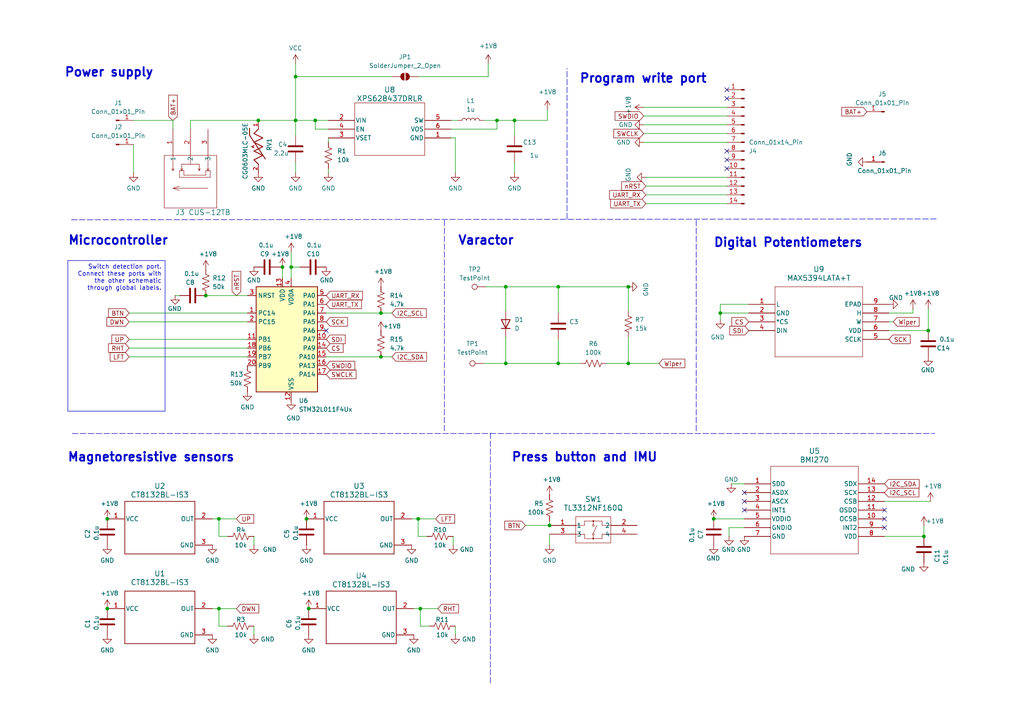
<source format=kicad_sch>
(kicad_sch (version 20231120) (generator "eeschema") (generator_version "8.0")
  (paper "A4")
  (lib_symbols
    (symbol "BMI270:BMI270" (pin_names (offset 0.254))
      (property "Reference" "U" (at 20.32 10.16 0))
      (property "Value" "BMI270" (at 20.32 7.62 0))
      (symbol "BMI270_0_1"
        (pin bidirectional line (at 0 0 0) (length 7.62) (name "SDO") (number "1"))
        (pin input line (at 40.64 -10.16 180) (length 7.62) (name "OCSB") (number "10"))
        (pin output line (at 40.64 -7.62 180) (length 7.62) (name "OSDO") (number "11"))
        (pin input line (at 40.64 -5.08 180) (length 7.62) (name "CSB") (number "12"))
        (pin input line (at 40.64 -2.54 180) (length 7.62) (name "SCX") (number "13"))
        (pin bidirectional line (at 40.64 0 180) (length 7.62) (name "SDX") (number "14"))
        (pin bidirectional line (at 0 -2.54 0) (length 7.62) (name "ASDX") (number "2"))
        (pin bidirectional line (at 0 -5.08 0) (length 7.62) (name "ASCX") (number "3"))
        (pin bidirectional line (at 0 -7.62 0) (length 7.62) (name "INT1") (number "4"))
        (pin power_in line (at 0 -10.16 0) (length 7.62) (name "VDDIO") (number "5"))
        (pin power_out line (at 0 -12.7 0) (length 7.62) (name "GNDIO") (number "6"))
        (pin power_out line (at 0 -15.24 0) (length 7.62) (name "GND") (number "7"))
        (pin power_in line (at 40.64 -15.24 180) (length 7.62) (name "VDD") (number "8"))
        (pin bidirectional line (at 40.64 -12.7 180) (length 7.62) (name "INT2") (number "9"))
      )
    )
    (symbol "CG0603MLC-05E:CG0603MLC-05E" (pin_names (offset 1.016))
      (property "Reference" "RV" (at -5.08 2.54 0))
      (property "Value" "CG0603MLC-05E" (at -5.08 -5.08 0))
      (symbol "CG0603MLC-05E_0_0"
        (pin passive line (at -7.62 0 0) (length 2.54) (name "~") (number "1"))
        (pin passive line (at 7.62 0 180) (length 2.54) (name "~") (number "2"))
      )
    )
    (symbol "CUS_12TB:CUS-12TB" (pin_names (offset 0.254))
      (property "Reference" "SW" (at -15.24 10.16 0))
      (property "Value" "CUS-12TB" (at -20.32 7.62 0))
      (symbol "CUS-12TB_0_1"
        (pin unspecified line (at 0 2.54 180) (length 7.62) (name "1") (number "1"))
        (pin unspecified line (at 0 -2.54 180) (length 7.62) (name "2") (number "2"))
        (pin unspecified line (at 0 -7.62 180) (length 7.62) (name "3") (number "3"))
      )
    )
    (symbol "Connector:Conn_01x01_Pin" (pin_names (offset 1.016) hide)
      (property "Reference" "J" (at 0 2.54 0))
      (property "Value" "Conn_01x01_Pin" (at 0 -2.54 0))
      (symbol "Conn_01x01_Pin_1_1"
        (pin passive line (at 5.08 0 180) (length 3.81) (name "Pin_1") (number "1"))
      )
    )
    (symbol "Connector:Conn_01x14_Pin" (pin_names (offset 1.016) hide)
      (property "Reference" "J" (at 0 17.78 0))
      (property "Value" "Conn_01x14_Pin" (at 0 -20.32 0))
      (symbol "Conn_01x14_Pin_1_1"
        (pin passive line (at 5.08 15.24 180) (length 3.81) (name "Pin_1") (number "1"))
        (pin passive line (at 5.08 -7.62 180) (length 3.81) (name "Pin_10") (number "10"))
        (pin passive line (at 5.08 -10.16 180) (length 3.81) (name "Pin_11") (number "11"))
        (pin passive line (at 5.08 -12.7 180) (length 3.81) (name "Pin_12") (number "12"))
        (pin passive line (at 5.08 -15.24 180) (length 3.81) (name "Pin_13") (number "13"))
        (pin passive line (at 5.08 -17.78 180) (length 3.81) (name "Pin_14") (number "14"))
        (pin passive line (at 5.08 12.7 180) (length 3.81) (name "Pin_2") (number "2"))
        (pin passive line (at 5.08 10.16 180) (length 3.81) (name "Pin_3") (number "3"))
        (pin passive line (at 5.08 7.62 180) (length 3.81) (name "Pin_4") (number "4"))
        (pin passive line (at 5.08 5.08 180) (length 3.81) (name "Pin_5") (number "5"))
        (pin passive line (at 5.08 2.54 180) (length 3.81) (name "Pin_6") (number "6"))
        (pin passive line (at 5.08 0 180) (length 3.81) (name "Pin_7") (number "7"))
        (pin passive line (at 5.08 -2.54 180) (length 3.81) (name "Pin_8") (number "8"))
        (pin passive line (at 5.08 -5.08 180) (length 3.81) (name "Pin_9") (number "9"))
      )
    )
    (symbol "Connector:TestPoint" (pin_numbers hide) (pin_names (offset 0.762) hide)
      (property "Reference" "TP" (at 0 6.858 0))
      (property "Value" "TestPoint" (at 0 5.08 0))
      (symbol "TestPoint_1_1"
        (pin passive line (at 0 0 90) (length 2.54) (name "1") (number "1"))
      )
    )
    (symbol "DRV5032:DRV5032FADBZR" (pin_names (offset 0.254))
      (property "Reference" "U" (at 0 2.54 0))
      (property "Value" "DRV5032FADBZR" (at 0 0 0))
      (symbol "DRV5032FADBZR_0_1"
        (pin power_in line (at 0 0 0) (length 5.08) (name "VCC") (number "1"))
        (pin open_collector line (at 30.48 0 180) (length 5.08) (name "OUT") (number "2"))
        (pin power_in line (at 30.48 -7.62 180) (length 5.08) (name "GND") (number "3"))
      )
    )
    (symbol "Device:C" (pin_numbers hide) (pin_names (offset 0.254))
      (property "Reference" "C" (at 0.635 2.54 0))
      (property "Value" "C" (at 0.635 -2.54 0))
      (symbol "C_1_1"
        (pin passive line (at 0 3.81 270) (length 2.794) (name "~") (number "1"))
        (pin passive line (at 0 -3.81 90) (length 2.794) (name "~") (number "2"))
      )
    )
    (symbol "Device:D" (pin_numbers hide) (pin_names (offset 1.016) hide)
      (property "Reference" "D" (at 0 2.54 0))
      (property "Value" "D" (at 0 -2.54 0))
      (symbol "D_1_1"
        (pin passive line (at -3.81 0 0) (length 2.54) (name "K") (number "1"))
        (pin passive line (at 3.81 0 180) (length 2.54) (name "A") (number "2"))
      )
    )
    (symbol "Device:L" (pin_numbers hide) (pin_names (offset 1.016) hide)
      (property "Reference" "L" (at -1.27 0 90))
      (property "Value" "L" (at 1.905 0 90))
      (symbol "L_1_1"
        (pin passive line (at 0 3.81 270) (length 1.27) (name "1") (number "1"))
        (pin passive line (at 0 -3.81 90) (length 1.27) (name "2") (number "2"))
      )
    )
    (symbol "Device:R_US" (pin_numbers hide) (pin_names (offset 0))
      (property "Reference" "R" (at 2.54 0 90))
      (property "Value" "R_US" (at -2.54 0 90))
      (symbol "R_US_1_1"
        (pin passive line (at 0 3.81 270) (length 1.27) (name "~") (number "1"))
        (pin passive line (at 0 -3.81 90) (length 1.27) (name "~") (number "2"))
      )
    )
    (symbol "Jumper:SolderJumper_2_Open" (pin_numbers hide) (pin_names (offset 0) hide) (exclude_from_sim yes) (in_bom no)
      (property "Reference" "JP" (at 0 2.032 0))
      (property "Value" "SolderJumper_2_Open" (at 0 -2.54 0))
      (symbol "SolderJumper_2_Open_1_1"
        (pin passive line (at -3.81 0 0) (length 2.54) (name "A") (number "1"))
        (pin passive line (at 3.81 0 180) (length 2.54) (name "B") (number "2"))
      )
    )
    (symbol "MAX5394:MAX5394LATA+T" (pin_names (offset 0.254))
      (property "Reference" "U" (at 20.32 10.16 0))
      (property "Value" "MAX5394LATA+T" (at 20.32 7.62 0))
      (symbol "MAX5394LATA+T_0_1"
        (pin unspecified line (at 0 0 0) (length 7.62) (name "L") (number "1"))
        (pin power_out line (at 0 -2.54 0) (length 7.62) (name "GND") (number "2"))
        (pin input line (at 0 -5.08 0) (length 7.62) (name "*CS") (number "3"))
        (pin input line (at 0 -7.62 0) (length 7.62) (name "DIN") (number "4"))
        (pin input line (at 40.64 -10.16 180) (length 7.62) (name "SCLK") (number "5"))
        (pin power_in line (at 40.64 -7.62 180) (length 7.62) (name "VDD") (number "6"))
        (pin unspecified line (at 40.64 -5.08 180) (length 7.62) (name "W") (number "7"))
        (pin unspecified line (at 40.64 -2.54 180) (length 7.62) (name "H") (number "8"))
        (pin unspecified line (at 40.64 0 180) (length 7.62) (name "EPAD") (number "9"))
      )
    )
    (symbol "MCU_ST_STM32L0:STM32L011F4Ux"
      (property "Reference" "U" (at -7.62 16.51 0))
      (property "Value" "STM32L011F4Ux" (at 5.08 16.51 0))
      (symbol "STM32L011F4Ux_1_1"
        (pin bidirectional line (at -10.16 7.62 0) (length 2.54) (name "PC14") (number "1"))
        (pin bidirectional line (at 12.7 0 180) (length 2.54) (name "PA7") (number "10"))
        (pin bidirectional line (at -10.16 0 0) (length 2.54) (name "PB1") (number "11"))
        (pin power_in line (at 2.54 -17.78 90) (length 2.54) (name "VSS") (number "12"))
        (pin power_in line (at 0 17.78 270) (length 2.54) (name "VDD") (number "13"))
        (pin bidirectional line (at 12.7 -2.54 180) (length 2.54) (name "PA9") (number "14"))
        (pin bidirectional line (at 12.7 -5.08 180) (length 2.54) (name "PA10") (number "15"))
        (pin bidirectional line (at 12.7 -7.62 180) (length 2.54) (name "PA13") (number "16"))
        (pin bidirectional line (at 12.7 -10.16 180) (length 2.54) (name "PA14") (number "17"))
        (pin bidirectional line (at -10.16 -2.54 0) (length 2.54) (name "PB6") (number "18"))
        (pin bidirectional line (at -10.16 -5.08 0) (length 2.54) (name "PB7") (number "19"))
        (pin bidirectional line (at -10.16 5.08 0) (length 2.54) (name "PC15") (number "2"))
        (pin bidirectional line (at -10.16 -7.62 0) (length 2.54) (name "PB9") (number "20"))
        (pin input line (at -10.16 12.7 0) (length 2.54) (name "NRST") (number "3"))
        (pin power_in line (at 2.54 17.78 270) (length 2.54) (name "VDDA") (number "4"))
        (pin bidirectional line (at 12.7 12.7 180) (length 2.54) (name "PA0") (number "5"))
        (pin bidirectional line (at 12.7 10.16 180) (length 2.54) (name "PA1") (number "6"))
        (pin bidirectional line (at 12.7 7.62 180) (length 2.54) (name "PA4") (number "7"))
        (pin bidirectional line (at 12.7 5.08 180) (length 2.54) (name "PA5") (number "8"))
        (pin bidirectional line (at 12.7 2.54 180) (length 2.54) (name "PA6") (number "9"))
      )
    )
    (symbol "TL3312NF160Q:TL3312NF160Q" (pin_names (offset 0.254))
      (property "Reference" "SW" (at 12.7 7.62 0))
      (property "Value" "TL3312NF160Q" (at 12.7 5.08 0))
      (symbol "TL3312NF160Q_0_1"
        (pin unspecified line (at 0 0 0) (length 7.62) (name "1") (number "1"))
        (pin unspecified line (at 25.4 0 180) (length 7.62) (name "2") (number "2"))
        (pin unspecified line (at 0 -2.54 0) (length 7.62) (name "3") (number "3"))
        (pin unspecified line (at 25.4 -2.54 180) (length 7.62) (name "4") (number "4"))
      )
    )
    (symbol "picoRing:XPS628437DRLR" (pin_names (offset 0.254))
      (property "Reference" "U8" (at 17.78 8.89 0))
      (property "Value" "XPS628437DRLR" (at 17.78 6.35 0))
      (symbol "XPS628437DRLR_0_1"
        (pin power_in line (at 35.56 -5.08 180) (length 7.62) (name "GND") (number "1"))
        (pin power_in line (at 0 0 0) (length 7.62) (name "VIN") (number "2"))
        (pin input line (at 0 -5.08 0) (length 7.62) (name "VSET") (number "3"))
        (pin input line (at 0 -2.54 0) (length 7.62) (name "EN") (number "4"))
        (pin output line (at 35.56 0 180) (length 7.62) (name "SW") (number "5"))
        (pin input line (at 35.56 -2.54 180) (length 7.62) (name "VOS") (number "6"))
      )
    )
    (symbol "power:+1V8" (power) (pin_numbers hide) (pin_names (offset 0) hide)
      (property "Value" "+1V8" (at 0 3.556 0))
      (symbol "+1V8_1_1"
        (pin power_in line (at 0 0 90) (length 0) (name "~") (number "1"))
      )
    )
    (symbol "power:GND" (power) (pin_numbers hide) (pin_names (offset 0) hide)
      (property "Value" "GND" (at 0 -3.81 0))
      (symbol "GND_1_1"
        (pin power_in line (at 0 0 270) (length 0) (name "~") (number "1"))
      )
    )
    (symbol "power:VCC" (power) (pin_numbers hide) (pin_names (offset 0) hide)
      (property "Value" "VCC" (at 0 3.556 0))
      (symbol "VCC_1_1"
        (pin power_in line (at 0 0 90) (length 0) (name "~") (number "1"))
      )
    )
  )
  (junction (at 85.725 22.225))
  (junction (at 146.685 105.41))
  (junction (at 31.115 176.53))
  (junction (at 89.535 176.53))
  (junction (at 31.115 150.495))
  (junction (at 144.145 34.925))
  (junction (at 121.92 176.53))
  (junction (at 182.245 83.185))
  (junction (at 59.69 85.725))
  (junction (at 63.5 150.495))
  (junction (at 84.455 77.47))
  (junction (at 146.685 83.185))
  (junction (at 207.01 150.495))
  (junction (at 110.49 103.505))
  (junction (at 85.725 34.925))
  (junction (at 91.44 34.925))
  (junction (at 88.9 150.495))
  (junction (at 74.93 34.925))
  (junction (at 161.925 105.41))
  (junction (at 63.5 176.53))
  (junction (at 110.49 90.805))
  (junction (at 121.285 150.495))
  (junction (at 182.245 105.41))
  (junction (at 159.385 152.4))
  (junction (at 269.24 95.885))
  (junction (at 267.97 155.575))
  (junction (at 149.225 34.925))
  (junction (at 208.915 90.805))
  (junction (at 81.915 77.47))
  (junction (at 161.925 83.185))
  (no_connect (at 215.9 145.415))
  (no_connect (at 210.82 46.355))
  (no_connect (at 94.615 95.885))
  (no_connect (at 210.82 48.895))
  (no_connect (at 256.54 147.955))
  (no_connect (at 256.54 153.035))
  (no_connect (at 215.9 142.875))
  (no_connect (at 210.82 26.035))
  (no_connect (at 210.82 28.575))
  (no_connect (at 256.54 150.495))
  (no_connect (at 210.82 43.815))
  (no_connect (at 215.9 147.955))
  (wire (pts (xy 110.49 103.505) (xy 113.665 103.505)))
  (wire (pts (xy 132.08 184.15) (xy 132.08 181.61)))
  (wire (pts (xy 84.455 77.47) (xy 84.455 73.025)))
  (wire (pts (xy 144.145 34.925) (xy 149.225 34.925)))
  (wire (pts (xy 140.335 105.41) (xy 146.685 105.41)))
  (polyline (pts (xy 201.93 124.968) (xy 201.93 63.5)) (stroke (width 0) (type dash)))
  (wire (pts (xy 85.725 22.225) (xy 113.665 22.225)))
  (wire (pts (xy 85.725 50.165) (xy 85.725 46.99)))
  (wire (pts (xy 130.81 34.925) (xy 132.715 34.925)))
  (wire (pts (xy 37.465 90.805) (xy 71.755 90.805)))
  (wire (pts (xy 91.44 34.925) (xy 95.25 34.925)))
  (wire (pts (xy 182.245 105.41) (xy 191.135 105.41)))
  (wire (pts (xy 207.01 150.495) (xy 215.9 150.495)))
  (wire (pts (xy 37.465 93.345) (xy 71.755 93.345)))
  (wire (pts (xy 50.165 34.925) (xy 50.165 37.465)))
  (wire (pts (xy 81.915 77.47) (xy 81.915 80.645)))
  (wire (pts (xy 59.69 85.725) (xy 71.755 85.725)))
  (wire (pts (xy 120.015 176.53) (xy 121.92 176.53)))
  (wire (pts (xy 159.385 151.13) (xy 159.385 152.4)))
  (wire (pts (xy 121.285 150.495) (xy 126.365 150.495)))
  (wire (pts (xy 130.81 40.005) (xy 132.08 40.005)))
  (wire (pts (xy 186.69 31.115) (xy 210.82 31.115)))
  (wire (pts (xy 161.925 83.185) (xy 182.245 83.185)))
  (wire (pts (xy 212.09 140.335) (xy 215.9 140.335)))
  (wire (pts (xy 256.54 155.575) (xy 267.97 155.575)))
  (wire (pts (xy 161.925 98.425) (xy 161.925 105.41)))
  (wire (pts (xy 63.5 181.61) (xy 63.5 176.53)))
  (wire (pts (xy 113.665 90.805) (xy 110.49 90.805)))
  (wire (pts (xy 140.335 34.925) (xy 144.145 34.925)))
  (wire (pts (xy 130.81 37.465) (xy 144.145 37.465)))
  (wire (pts (xy 269.24 89.535) (xy 269.24 95.885)))
  (wire (pts (xy 132.08 40.005) (xy 132.08 50.165)))
  (wire (pts (xy 74.93 34.925) (xy 85.725 34.925)))
  (wire (pts (xy 187.325 51.435) (xy 210.82 51.435)))
  (wire (pts (xy 55.245 34.925) (xy 74.93 34.925)))
  (wire (pts (xy 85.725 34.925) (xy 91.44 34.925)))
  (wire (pts (xy 186.69 41.275) (xy 210.82 41.275)))
  (wire (pts (xy 121.92 176.53) (xy 127 176.53)))
  (wire (pts (xy 146.685 105.41) (xy 146.685 97.79)))
  (wire (pts (xy 208.915 90.805) (xy 217.17 90.805)))
  (wire (pts (xy 146.685 83.185) (xy 161.925 83.185)))
  (wire (pts (xy 66.04 155.575) (xy 63.5 155.575)))
  (wire (pts (xy 37.465 100.965) (xy 71.755 100.965)))
  (polyline (pts (xy 164.465 63.5) (xy 164.465 19.812)) (stroke (width 0) (type dash)))
  (wire (pts (xy 149.225 50.165) (xy 149.225 46.99)))
  (wire (pts (xy 84.455 77.47) (xy 84.455 80.645)))
  (wire (pts (xy 267.97 152.4) (xy 267.97 155.575)))
  (wire (pts (xy 186.69 38.735) (xy 210.82 38.735)))
  (wire (pts (xy 94.615 90.805) (xy 110.49 90.805)))
  (wire (pts (xy 257.81 93.345) (xy 259.08 93.345)))
  (wire (pts (xy 131.445 158.115) (xy 131.445 155.575)))
  (wire (pts (xy 85.725 34.925) (xy 85.725 39.37)))
  (wire (pts (xy 211.455 153.035) (xy 215.9 153.035)))
  (wire (pts (xy 73.66 184.15) (xy 73.66 181.61)))
  (wire (pts (xy 123.825 155.575) (xy 121.285 155.575)))
  (wire (pts (xy 146.685 90.17) (xy 146.685 83.185)))
  (wire (pts (xy 187.325 59.055) (xy 210.82 59.055)))
  (wire (pts (xy 264.795 89.535) (xy 264.795 90.805)))
  (wire (pts (xy 37.465 103.505) (xy 71.755 103.505)))
  (wire (pts (xy 161.925 83.185) (xy 161.925 90.805)))
  (wire (pts (xy 95.25 40.005) (xy 95.25 41.275)))
  (wire (pts (xy 61.595 150.495) (xy 63.5 150.495)))
  (polyline (pts (xy 20.955 125.73) (xy 271.145 125.73)) (stroke (width 0) (type dash)))
  (wire (pts (xy 187.325 56.515) (xy 210.82 56.515)))
  (wire (pts (xy 85.725 18.415) (xy 85.725 22.225)))
  (wire (pts (xy 257.81 90.805) (xy 264.795 90.805)))
  (wire (pts (xy 119.38 150.495) (xy 121.285 150.495)))
  (wire (pts (xy 146.685 105.41) (xy 161.925 105.41)))
  (wire (pts (xy 95.25 48.895) (xy 95.25 50.165)))
  (wire (pts (xy 159.385 158.115) (xy 159.385 154.94)))
  (polyline (pts (xy 20.701 63.754) (xy 271.78 63.5)) (stroke (width 0) (type dash)))
  (wire (pts (xy 149.225 34.925) (xy 149.225 39.37)))
  (wire (pts (xy 85.725 22.225) (xy 85.725 34.925)))
  (wire (pts (xy 66.04 181.61) (xy 63.5 181.61)))
  (wire (pts (xy 55.245 34.925) (xy 55.245 37.465)))
  (polyline (pts (xy 128.905 124.968) (xy 128.905 63.5)) (stroke (width 0) (type dash)))
  (wire (pts (xy 73.66 158.115) (xy 73.66 155.575)))
  (wire (pts (xy 124.46 181.61) (xy 121.92 181.61)))
  (wire (pts (xy 152.4 152.4) (xy 159.385 152.4)))
  (wire (pts (xy 50.8 85.725) (xy 52.07 85.725)))
  (wire (pts (xy 141.605 18.415) (xy 141.605 22.225)))
  (wire (pts (xy 208.915 88.265) (xy 217.17 88.265)))
  (wire (pts (xy 211.455 155.575) (xy 211.455 153.035)))
  (wire (pts (xy 208.915 90.805) (xy 208.915 88.265)))
  (polyline (pts (xy 142.24 198.12) (xy 142.24 125.222)) (stroke (width 0) (type dash)))
  (wire (pts (xy 256.54 145.415) (xy 269.875 145.415)))
  (wire (pts (xy 186.69 36.195) (xy 210.82 36.195)))
  (wire (pts (xy 91.44 34.925) (xy 91.44 37.465)))
  (wire (pts (xy 161.925 105.41) (xy 168.275 105.41)))
  (wire (pts (xy 81.28 77.47) (xy 81.915 77.47)))
  (wire (pts (xy 63.5 150.495) (xy 68.58 150.495)))
  (wire (pts (xy 91.44 37.465) (xy 95.25 37.465)))
  (wire (pts (xy 121.92 181.61) (xy 121.92 176.53)))
  (wire (pts (xy 63.5 176.53) (xy 68.58 176.53)))
  (wire (pts (xy 182.245 105.41) (xy 175.895 105.41)))
  (wire (pts (xy 140.97 83.185) (xy 146.685 83.185)))
  (wire (pts (xy 182.245 97.79) (xy 182.245 105.41)))
  (wire (pts (xy 208.915 92.71) (xy 208.915 90.805)))
  (wire (pts (xy 50.165 34.925) (xy 38.735 34.925)))
  (wire (pts (xy 37.465 98.425) (xy 71.755 98.425)))
  (wire (pts (xy 61.595 176.53) (xy 63.5 176.53)))
  (wire (pts (xy 121.285 22.225) (xy 141.605 22.225)))
  (wire (pts (xy 158.75 34.925) (xy 158.75 31.75)))
  (wire (pts (xy 63.5 155.575) (xy 63.5 150.495)))
  (wire (pts (xy 121.285 155.575) (xy 121.285 150.495)))
  (wire (pts (xy 94.615 103.505) (xy 110.49 103.505)))
  (wire (pts (xy 182.245 83.185) (xy 182.245 90.17)))
  (wire (pts (xy 269.24 95.885) (xy 257.81 95.885)))
  (wire (pts (xy 144.145 34.925) (xy 144.145 37.465)))
  (wire (pts (xy 149.225 34.925) (xy 158.75 34.925)))
  (wire (pts (xy 86.995 77.47) (xy 84.455 77.47)))
  (wire (pts (xy 38.735 41.91) (xy 38.735 50.165)))
  (wire (pts (xy 186.69 33.655) (xy 210.82 33.655)))
  (wire (pts (xy 187.325 53.975) (xy 210.82 53.975)))
  (text_box "Switch detection port. Connect these ports with the other schematic through global labels." (at 19.685 75.565 0) (size 28.194 43.688) (effects (font (size 1.27 1.27)) (justify right top)))
  (text "Program write port" (at 186.563 22.86 0) (effects (font (size 2.54 2.54) (thickness 0.508) (bold yes))))
  (text "Press button and IMU" (at 169.545 132.715 0) (effects (font (size 2.54 2.54) (thickness 0.508) (bold yes))))
  (text "Microcontroller" (at 34.29 69.85 0) (effects (font (size 2.54 2.54) (thickness 0.508) (bold yes))))
  (text "Magnetoresistive sensors" (at 43.815 132.715 0) (effects (font (size 2.54 2.54) (thickness 0.508) (bold yes))))
  (text "Digital Potentiometers" (at 228.6 70.485 0) (effects (font (size 2.54 2.54) (thickness 0.508) (bold yes))))
  (text "Varactor" (at 140.97 69.85 0) (effects (font (size 2.54 2.54) (thickness 0.508) (bold yes))))
  (text "Power supply" (at 31.623 21.082 0) (effects (font (size 2.54 2.54) (thickness 0.508) (bold yes))))
  (global_label "SCK" (shape input) (at 94.615 93.345 0) (property "Intersheetrefs" "${INTERSHEET_REFS}" (effects (hide yes))))
  (global_label "BAT+" (shape input) (at 251.46 32.385 180) (property "Intersheetrefs" "${INTERSHEET_REFS}" (effects (hide yes))))
  (global_label "Wiper" (shape input) (at 259.08 93.345 0) (property "Intersheetrefs" "${INTERSHEET_REFS}" (effects (hide yes))))
  (global_label "UP" (shape input) (at 37.465 98.425 180) (property "Intersheetrefs" "${INTERSHEET_REFS}" (effects (hide yes))))
  (global_label "LFT" (shape input) (at 37.465 103.505 180) (property "Intersheetrefs" "${INTERSHEET_REFS}" (effects (hide yes))))
  (global_label "RHT" (shape input) (at 37.465 100.965 180) (property "Intersheetrefs" "${INTERSHEET_REFS}" (effects (hide yes))))
  (global_label "CS" (shape input) (at 94.615 100.965 0) (property "Intersheetrefs" "${INTERSHEET_REFS}" (effects (hide yes))))
  (global_label "BTN" (shape input) (at 152.4 152.4 180) (property "Intersheetrefs" "${INTERSHEET_REFS}" (effects (hide yes))))
  (global_label "UART_TX" (shape input) (at 94.615 88.265 0) (property "Intersheetrefs" "${INTERSHEET_REFS}" (effects (hide yes))))
  (global_label "BAT+" (shape input) (at 50.165 34.925 90) (property "Intersheetrefs" "${INTERSHEET_REFS}" (effects (hide yes))))
  (global_label "nRST" (shape input) (at 68.58 85.725 90) (property "Intersheetrefs" "${INTERSHEET_REFS}" (effects (hide yes))))
  (global_label "I2C_SCL" (shape input) (at 113.665 90.805 0) (property "Intersheetrefs" "${INTERSHEET_REFS}" (effects (hide yes))))
  (global_label "SWCLK" (shape input) (at 94.615 108.585 0) (property "Intersheetrefs" "${INTERSHEET_REFS}" (effects (hide yes))))
  (global_label "I2C_SDA" (shape input) (at 113.665 103.505 0) (property "Intersheetrefs" "${INTERSHEET_REFS}" (effects (hide yes))))
  (global_label "RHT" (shape input) (at 127 176.53 0) (property "Intersheetrefs" "${INTERSHEET_REFS}" (effects (hide yes))))
  (global_label "UP" (shape input) (at 68.58 150.495 0) (property "Intersheetrefs" "${INTERSHEET_REFS}" (effects (hide yes))))
  (global_label "nRST" (shape input) (at 187.325 53.975 180) (property "Intersheetrefs" "${INTERSHEET_REFS}" (effects (hide yes))))
  (global_label "SDI" (shape input) (at 94.615 98.425 0) (property "Intersheetrefs" "${INTERSHEET_REFS}" (effects (hide yes))))
  (global_label "I2C_SCL" (shape input) (at 256.54 142.875 0) (property "Intersheetrefs" "${INTERSHEET_REFS}" (effects (hide yes))))
  (global_label "Wiper" (shape input) (at 191.135 105.41 0) (property "Intersheetrefs" "${INTERSHEET_REFS}" (effects (hide yes))))
  (global_label "DWN" (shape input) (at 37.465 93.345 180) (property "Intersheetrefs" "${INTERSHEET_REFS}" (effects (hide yes))))
  (global_label "SCK" (shape input) (at 257.81 98.425 0) (property "Intersheetrefs" "${INTERSHEET_REFS}" (effects (hide yes))))
  (global_label "CS" (shape input) (at 217.17 93.345 180) (property "Intersheetrefs" "${INTERSHEET_REFS}" (effects (hide yes))))
  (global_label "LFT" (shape input) (at 126.365 150.495 0) (property "Intersheetrefs" "${INTERSHEET_REFS}" (effects (hide yes))))
  (global_label "UART_RX" (shape input) (at 187.325 56.515 180) (property "Intersheetrefs" "${INTERSHEET_REFS}" (effects (hide yes))))
  (global_label "UART_RX" (shape input) (at 94.615 85.725 0) (property "Intersheetrefs" "${INTERSHEET_REFS}" (effects (hide yes))))
  (global_label "I2C_SDA" (shape input) (at 256.54 140.335 0) (property "Intersheetrefs" "${INTERSHEET_REFS}" (effects (hide yes))))
  (global_label "DWN" (shape input) (at 68.58 176.53 0) (property "Intersheetrefs" "${INTERSHEET_REFS}" (effects (hide yes))))
  (global_label "SDI" (shape input) (at 217.17 95.885 180) (property "Intersheetrefs" "${INTERSHEET_REFS}" (effects (hide yes))))
  (global_label "SWDIO" (shape input) (at 94.615 106.045 0) (property "Intersheetrefs" "${INTERSHEET_REFS}" (effects (hide yes))))
  (global_label "UART_TX" (shape input) (at 187.325 59.055 180) (property "Intersheetrefs" "${INTERSHEET_REFS}" (effects (hide yes))))
  (global_label "SWCLK" (shape input) (at 186.69 38.735 180) (property "Intersheetrefs" "${INTERSHEET_REFS}" (effects (hide yes))))
  (global_label "BTN" (shape input) (at 37.465 90.805 180) (property "Intersheetrefs" "${INTERSHEET_REFS}" (effects (hide yes))))
  (global_label "SWDIO" (shape input) (at 186.69 33.655 180) (property "Intersheetrefs" "${INTERSHEET_REFS}" (effects (hide yes))))
  (symbol (lib_id "Device:R_US") (at 69.85 181.61 90) (unit 1)
    (property "Reference" "R3" (at 69.85 179.705 90))
    (property "Value" "10k" (at 69.85 184.15 90))
    (property "Footprint" "Resistor_SMD:R_0402_1005Metric" (effects (hide yes)))
    (property "Description" "Resistor, US symbol" (effects (hide yes)))
  )
  (symbol (lib_id "power:+1V8") (at 264.795 89.535 0) (unit 1)
    (property "Reference" "#PWR059" (effects (hide yes)))
    (property "Value" "+1V8" (at 264.795 85.09 0))
    (property "Description" "Power symbol creates a global label with name \"+1V8\"" (effects (hide yes)))
  )
  (symbol (lib_id "power:+1V8") (at 110.49 83.185 0) (unit 1)
    (property "Reference" "#PWR038" (effects (hide yes)))
    (property "Value" "+1V8" (at 111.125 78.74 0))
    (property "Description" "Power symbol creates a global label with name \"+1V8\"" (effects (hide yes)))
  )
  (symbol (lib_id "Device:C") (at 55.88 85.725 270) (unit 1)
    (property "Reference" "C8" (at 56.515 81.915 90) (effects (justify right)))
    (property "Value" "0.1u" (at 57.785 79.375 90) (effects (justify right)))
    (property "Footprint" "Capacitor_SMD:C_0402_1005Metric" (effects (hide yes)))
    (property "Description" "Unpolarized capacitor" (effects (hide yes)))
  )
  (symbol (lib_id "power:+1V8") (at 59.69 78.105 0) (unit 1)
    (property "Reference" "#PWR034" (effects (hide yes)))
    (property "Value" "+1V8" (at 60.325 73.66 0))
    (property "Description" "Power symbol creates a global label with name \"+1V8\"" (effects (hide yes)))
  )
  (symbol (lib_id "power:GND") (at 31.115 158.115 0) (unit 1)
    (property "Reference" "#PWR04" (effects (hide yes)))
    (property "Value" "GND" (at 31.115 162.56 0))
    (property "Description" "Power symbol creates a global label with name \"GND\" , ground" (effects (hide yes)))
  )
  (symbol (lib_id "Device:R_US") (at 182.245 93.98 180) (unit 1)
    (property "Reference" "R7" (at 184.15 92.7099 0) (effects (justify right)))
    (property "Value" "15k" (at 184.15 95.2499 0) (effects (justify right)))
    (property "Footprint" "Resistor_SMD:R_0402_1005Metric" (effects (hide yes)))
    (property "Description" "Resistor, US symbol" (effects (hide yes)))
  )
  (symbol (lib_id "Connector:TestPoint") (at 140.97 83.185 90) (unit 1)
    (property "Reference" "TP2" (at 137.668 78.105 90))
    (property "Value" "TestPoint" (at 137.668 80.645 90))
    (property "Footprint" "Connector_PinHeader_1.27mm:PinHeader_1x01_P1.27mm_Vertical" (effects (hide yes)))
    (property "Description" "test point" (effects (hide yes)))
  )
  (symbol (lib_id "Device:C") (at 31.115 154.305 180) (unit 1)
    (property "Reference" "C2" (at 25.4 156.21 90) (effects (justify right)))
    (property "Value" "0.1u" (at 27.94 156.845 90) (effects (justify right)))
    (property "Footprint" "Capacitor_SMD:C_0402_1005Metric" (effects (hide yes)))
    (property "Description" "Unpolarized capacitor" (effects (hide yes)))
  )
  (symbol (lib_id "power:+1V8") (at 84.455 73.025 0) (unit 1)
    (property "Reference" "#PWR027" (effects (hide yes)))
    (property "Value" "+1V8" (at 85.09 68.58 0))
    (property "Description" "Power symbol creates a global label with name \"+1V8\"" (effects (hide yes)))
  )
  (symbol (lib_id "Device:C") (at 31.115 180.34 180) (unit 1)
    (property "Reference" "C1" (at 25.4 182.245 90) (effects (justify right)))
    (property "Value" "0.1u" (at 27.94 182.88 90) (effects (justify right)))
    (property "Footprint" "Capacitor_SMD:C_0402_1005Metric" (effects (hide yes)))
    (property "Description" "Unpolarized capacitor" (effects (hide yes)))
  )
  (symbol (lib_id "Device:C") (at 149.225 43.18 0) (unit 1)
    (property "Reference" "C13" (at 155.575 41.275 0) (effects (justify right)))
    (property "Value" "1u" (at 156.21 45.085 0) (effects (justify right)))
    (property "Footprint" "Capacitor_SMD:C_0402_1005Metric" (effects (hide yes)))
    (property "Description" "Unpolarized capacitor" (effects (hide yes)))
  )
  (symbol (lib_id "Device:R_US") (at 110.49 99.695 180) (unit 1)
    (property "Reference" "R15" (at 113.03 98.4249 0) (effects (justify right)))
    (property "Value" "4.7k" (at 113.03 100.9649 0) (effects (justify right)))
    (property "Footprint" "Resistor_SMD:R_0402_1005Metric" (effects (hide yes)))
    (property "Description" "Resistor, US symbol" (effects (hide yes)))
  )
  (symbol (lib_id "power:GND") (at 94.615 77.47 0) (unit 1)
    (property "Reference" "#PWR041" (effects (hide yes)))
    (property "Value" "GND" (at 92.71 81.28 0) (effects (justify left)))
    (property "Description" "Power symbol creates a global label with name \"GND\" , ground" (effects (hide yes)))
  )
  (symbol (lib_id "power:GND") (at 182.245 83.185 90) (unit 1)
    (property "Reference" "#PWR047" (effects (hide yes)))
    (property "Value" "GND" (at 187.325 81.915 0) (effects (justify right)))
    (property "Description" "Power symbol creates a global label with name \"GND\" , ground" (effects (hide yes)))
  )
  (symbol (lib_id "power:GND") (at 120.015 184.15 0) (unit 1)
    (property "Reference" "#PWR021" (effects (hide yes)))
    (property "Value" "GND" (at 120.015 188.595 0))
    (property "Description" "Power symbol creates a global label with name \"GND\" , ground" (effects (hide yes)))
  )
  (symbol (lib_id "power:GND") (at 84.455 116.205 0) (unit 1)
    (property "Reference" "#PWR040" (effects (hide yes)))
    (property "Value" "GND" (at 85.09 121.285 0))
    (property "Description" "Power symbol creates a global label with name \"GND\" , ground" (effects (hide yes)))
  )
  (symbol (lib_id "power:GND") (at 50.8 85.725 0) (unit 1)
    (property "Reference" "#PWR030" (effects (hide yes)))
    (property "Value" "GND" (at 52.705 89.535 0) (effects (justify right)))
    (property "Description" "Power symbol creates a global label with name \"GND\" , ground" (effects (hide yes)))
  )
  (symbol (lib_id "power:GND") (at 95.25 50.165 0) (unit 1)
    (property "Reference" "#PWR07" (effects (hide yes)))
    (property "Value" "GND" (at 95.25 54.61 0))
    (property "Description" "Power symbol creates a global label with name \"GND\" , ground" (effects (hide yes)))
  )
  (symbol (lib_id "power:+1V8") (at 186.69 31.115 90) (unit 1)
    (property "Reference" "#PWR043" (effects (hide yes)))
    (property "Value" "+1V8" (at 182.245 30.48 0))
    (property "Description" "Power symbol creates a global label with name \"+1V8\"" (effects (hide yes)))
  )
  (symbol (lib_id "Device:R_US") (at 127.635 155.575 90) (unit 1)
    (property "Reference" "R10" (at 127.635 153.67 90))
    (property "Value" "10k" (at 127.635 158.115 90))
    (property "Footprint" "Resistor_SMD:R_0402_1005Metric" (effects (hide yes)))
    (property "Description" "Resistor, US symbol" (effects (hide yes)))
  )
  (symbol (lib_id "power:GND") (at 251.46 46.99 270) (unit 1)
    (property "Reference" "#PWR049" (effects (hide yes)))
    (property "Value" "GND" (at 246.38 48.26 0) (effects (justify right)))
    (property "Description" "Power symbol creates a global label with name \"GND\" , ground" (effects (hide yes)))
  )
  (symbol (lib_id "Device:D") (at 146.685 93.98 90) (unit 1)
    (property "Reference" "D1" (at 149.225 92.7099 90) (effects (justify right)))
    (property "Value" "D" (at 149.225 95.2499 90) (effects (justify right)))
    (property "Footprint" "Capacitor_SMD:C_0402_1005Metric" (effects (hide yes)))
    (property "Description" "Diode" (effects (hide yes)))
    (property "Sim.Device" "D" (effects (hide yes)))
    (property "Sim.Pins" "1=K 2=A" (effects (hide yes)))
  )
  (symbol (lib_id "power:+1V8") (at 89.535 176.53 0) (unit 1)
    (property "Reference" "#PWR014" (effects (hide yes)))
    (property "Value" "+1V8" (at 90.17 172.085 0))
    (property "Description" "Power symbol creates a global label with name \"+1V8\"" (effects (hide yes)))
  )
  (symbol (lib_id "power:+1V8") (at 110.49 95.885 0) (unit 1)
    (property "Reference" "#PWR039" (effects (hide yes)))
    (property "Value" "+1V8" (at 113.665 94.615 0))
    (property "Description" "Power symbol creates a global label with name \"+1V8\"" (effects (hide yes)))
  )
  (symbol (lib_id "power:GND") (at 211.455 155.575 0) (unit 1)
    (property "Reference" "#PWR032" (effects (hide yes)))
    (property "Value" "GND" (at 213.36 159.385 0) (effects (justify right)))
    (property "Description" "Power symbol creates a global label with name \"GND\" , ground" (effects (hide yes)))
  )
  (symbol (lib_id "Connector:Conn_01x01_Pin") (at 33.655 41.91 0) (unit 1)
    (property "Reference" "J2" (at 34.29 36.83 0))
    (property "Value" "Conn_01x01_Pin" (at 34.29 39.37 0))
    (property "Footprint" "Connector:padFront" (effects (hide yes)))
    (property "Description" "Generic connector, single row, 01x01, script generated" (effects (hide yes)))
  )
  (symbol (lib_id "MAX5394:MAX5394LATA+T") (at 217.17 88.265 0) (unit 1)
    (property "Reference" "U9" (at 237.49 78.105 0) (effects (font (size 1.524 1.524))))
    (property "Value" "MAX5394LATA+T" (at 237.49 80.645 0) (effects (font (size 1.524 1.524))))
    (property "Footprint" "PicoRing:MAX5394" (effects (hide yes)))
    (property "Datasheet" "MAX5394LATA+T" (effects (hide yes)))
  )
  (symbol (lib_id "power:GND") (at 31.115 184.15 0) (unit 1)
    (property "Reference" "#PWR02" (effects (hide yes)))
    (property "Value" "GND" (at 31.115 188.595 0))
    (property "Description" "Power symbol creates a global label with name \"GND\" , ground" (effects (hide yes)))
  )
  (symbol (lib_id "BMI270:BMI270") (at 215.9 140.335 0) (unit 1)
    (property "Reference" "U5" (at 236.22 130.81 0) (effects (font (size 1.524 1.524))))
    (property "Value" "BMI270" (at 236.22 133.35 0) (effects (font (size 1.524 1.524))))
    (property "Footprint" "PicoRing:BMI270_BOS" (effects (hide yes)))
    (property "Datasheet" "BMI270" (effects (hide yes)))
  )
  (symbol (lib_id "Device:R_US") (at 159.385 147.32 180) (unit 1)
    (property "Reference" "R5" (at 154.94 146.05 0) (effects (justify right)))
    (property "Value" "100k" (at 153.035 148.59 0) (effects (justify right)))
    (property "Footprint" "Resistor_SMD:R_0402_1005Metric" (effects (hide yes)))
    (property "Description" "Resistor, US symbol" (effects (hide yes)))
  )
  (symbol (lib_id "Device:C") (at 77.47 77.47 270) (unit 1)
    (property "Reference" "C9" (at 78.105 73.66 90) (effects (justify right)))
    (property "Value" "0.1u" (at 79.375 71.12 90) (effects (justify right)))
    (property "Footprint" "Capacitor_SMD:C_0402_1005Metric" (effects (hide yes)))
    (property "Description" "Unpolarized capacitor" (effects (hide yes)))
  )
  (symbol (lib_id "power:VCC") (at 85.725 18.415 0) (unit 1)
    (property "Reference" "#PWR056" (effects (hide yes)))
    (property "Value" "VCC" (at 85.725 13.97 0))
    (property "Description" "Power symbol creates a global label with name \"VCC\"" (effects (hide yes)))
  )
  (symbol (lib_id "Device:R_US") (at 128.27 181.61 90) (unit 1)
    (property "Reference" "R11" (at 128.27 179.705 90))
    (property "Value" "10k" (at 128.27 184.15 90))
    (property "Footprint" "Resistor_SMD:R_0402_1005Metric" (effects (hide yes)))
    (property "Description" "Resistor, US symbol" (effects (hide yes)))
  )
  (symbol (lib_id "power:GND") (at 269.24 103.505 0) (unit 1)
    (property "Reference" "#PWR013" (effects (hide yes)))
    (property "Value" "GND" (at 271.145 107.315 0) (effects (justify right)))
    (property "Description" "Power symbol creates a global label with name \"GND\" , ground" (effects (hide yes)))
  )
  (symbol (lib_id "power:GND") (at 212.09 140.335 0) (unit 1)
    (property "Reference" "#PWR031" (effects (hide yes)))
    (property "Value" "GND" (at 212.09 139.065 0))
    (property "Description" "Power symbol creates a global label with name \"GND\" , ground" (effects (hide yes)))
  )
  (symbol (lib_id "Device:C") (at 85.725 43.18 180) (unit 1)
    (property "Reference" "C4" (at 80.645 41.91 0) (effects (justify right)))
    (property "Value" "2.2u" (at 79.375 44.45 0) (effects (justify right)))
    (property "Footprint" "Capacitor_SMD:C_0402_1005Metric" (effects (hide yes)))
    (property "Description" "Unpolarized capacitor" (effects (hide yes)))
  )
  (symbol (lib_id "power:GND") (at 132.08 50.165 0) (unit 1)
    (property "Reference" "#PWR08" (effects (hide yes)))
    (property "Value" "GND" (at 132.08 54.61 0))
    (property "Description" "Power symbol creates a global label with name \"GND\" , ground" (effects (hide yes)))
  )
  (symbol (lib_id "DRV5032:DRV5032FADBZR") (at 88.9 150.495 0) (unit 1)
    (property "Reference" "U3" (at 104.14 140.97 0) (effects (font (size 1.524 1.524))))
    (property "Value" "CT8132BL-IS3" (at 104.14 143.51 0) (effects (font (size 1.524 1.524))))
    (property "Footprint" "PicoRing:DBZ0003A-IPC_C" (effects (hide yes)))
    (property "Datasheet" "https://www.allegromicro.com/-/media/files/datasheets/ct813x-datasheet.pdf?sc_lang=en&hash=091A2CED9F717FA1602B0F05407474CC" (effects (hide yes)))
  )
  (symbol (lib_id "Device:R_US") (at 95.25 45.085 180) (unit 1)
    (property "Reference" "R1" (at 97.79 43.8149 0) (effects (justify right)))
    (property "Value" "10k" (at 97.79 46.3549 0) (effects (justify right)))
    (property "Footprint" "Resistor_SMD:R_0402_1005Metric" (effects (hide yes)))
    (property "Description" "Resistor, US symbol" (effects (hide yes)))
  )
  (symbol (lib_id "power:GND") (at 73.66 184.15 0) (unit 1)
    (property "Reference" "#PWR09" (effects (hide yes)))
    (property "Value" "GND" (at 75.565 185.4199 0) (effects (justify left)))
    (property "Description" "Power symbol creates a global label with name \"GND\" , ground" (effects (hide yes)))
  )
  (symbol (lib_id "power:GND") (at 215.9 155.575 0) (unit 1)
    (property "Reference" "#PWR033" (effects (hide yes)))
    (property "Value" "GND" (at 217.805 159.385 0) (effects (justify right)))
    (property "Description" "Power symbol creates a global label with name \"GND\" , ground" (effects (hide yes)))
  )
  (symbol (lib_id "power:GND") (at 38.735 50.165 0) (unit 1)
    (property "Reference" "#PWR037" (effects (hide yes)))
    (property "Value" "GND" (at 38.735 54.61 0))
    (property "Description" "Power symbol creates a global label with name \"GND\" , ground" (effects (hide yes)))
  )
  (symbol (lib_id "Device:R_US") (at 59.69 81.915 180) (unit 1)
    (property "Reference" "R12" (at 61.595 80.6449 0) (effects (justify right)))
    (property "Value" "50k" (at 61.595 83.1849 0) (effects (justify right)))
    (property "Footprint" "Resistor_SMD:R_0402_1005Metric" (effects (hide yes)))
    (property "Description" "Resistor, US symbol" (effects (hide yes)))
  )
  (symbol (lib_id "Device:C") (at 88.9 154.305 180) (unit 1)
    (property "Reference" "C5" (at 83.185 156.21 90) (effects (justify right)))
    (property "Value" "0.1u" (at 85.725 156.845 90) (effects (justify right)))
    (property "Footprint" "Capacitor_SMD:C_0402_1005Metric" (effects (hide yes)))
    (property "Description" "Unpolarized capacitor" (effects (hide yes)))
  )
  (symbol (lib_id "power:+1V8") (at 141.605 18.415 0) (unit 1)
    (property "Reference" "#PWR057" (effects (hide yes)))
    (property "Value" "+1V8" (at 141.605 13.335 0))
    (property "Description" "Power symbol creates a global label with name \"+1V8\"" (effects (hide yes)))
  )
  (symbol (lib_id "DRV5032:DRV5032FADBZR") (at 31.115 150.495 0) (unit 1)
    (property "Reference" "U2" (at 46.355 140.97 0) (effects (font (size 1.524 1.524))))
    (property "Value" "CT8132BL-IS3" (at 46.355 143.51 0) (effects (font (size 1.524 1.524))))
    (property "Footprint" "PicoRing:DBZ0003A-IPC_C" (effects (hide yes)))
    (property "Datasheet" "https://www.allegromicro.com/-/media/files/datasheets/ct813x-datasheet.pdf?sc_lang=en&hash=091A2CED9F717FA1602B0F05407474CC" (effects (hide yes)))
  )
  (symbol (lib_id "power:+1V8") (at 158.75 31.75 0) (unit 1)
    (property "Reference" "#PWR048" (effects (hide yes)))
    (property "Value" "+1V8" (at 158.75 26.67 0))
    (property "Description" "Power symbol creates a global label with name \"+1V8\"" (effects (hide yes)))
  )
  (symbol (lib_id "power:GND") (at 119.38 158.115 0) (unit 1)
    (property "Reference" "#PWR020" (effects (hide yes)))
    (property "Value" "GND" (at 119.38 162.56 0))
    (property "Description" "Power symbol creates a global label with name \"GND\" , ground" (effects (hide yes)))
  )
  (symbol (lib_id "power:GND") (at 85.725 50.165 0) (unit 1)
    (property "Reference" "#PWR023" (effects (hide yes)))
    (property "Value" "GND" (at 85.725 54.61 0))
    (property "Description" "Power symbol creates a global label with name \"GND\" , ground" (effects (hide yes)))
  )
  (symbol (lib_id "Jumper:SolderJumper_2_Open") (at 117.475 22.225 0) (unit 1) (exclude_from_sim yes) (in_bom no)
    (property "Reference" "JP1" (at 117.475 16.51 0))
    (property "Value" "SolderJumper_2_Open" (at 117.475 19.05 0))
    (property "Footprint" "Jumper:SolderJumper-2_P1.3mm_Open_RoundedPad1.0x1.5mm" (effects (hide yes)))
    (property "Description" "Solder Jumper, 2-pole, open" (effects (hide yes)))
  )
  (symbol (lib_id "Device:R_US") (at 71.755 109.855 180) (unit 1)
    (property "Reference" "R13" (at 66.675 108.585 0) (effects (justify right)))
    (property "Value" "50k" (at 66.675 111.125 0) (effects (justify right)))
    (property "Footprint" "Resistor_SMD:R_0402_1005Metric" (effects (hide yes)))
    (property "Description" "Resistor, US symbol" (effects (hide yes)))
  )
  (symbol (lib_id "power:+1V8") (at 269.875 145.415 0) (unit 1)
    (property "Reference" "#PWR019" (effects (hide yes)))
    (property "Value" "+1V8" (at 270.51 140.97 0))
    (property "Description" "Power symbol creates a global label with name \"+1V8\"" (effects (hide yes)))
  )
  (symbol (lib_id "Device:L") (at 136.525 34.925 90) (unit 1)
    (property "Reference" "L1" (at 136.525 29.21 90))
    (property "Value" "1u" (at 136.525 31.75 90))
    (property "Footprint" "Inductor_SMD:L_0603_1608Metric" (effects (hide yes)))
    (property "Description" "Inductor" (effects (hide yes)))
  )
  (symbol (lib_id "power:+1V8") (at 207.01 150.495 0) (unit 1)
    (property "Reference" "#PWR026" (effects (hide yes)))
    (property "Value" "+1V8" (at 207.645 146.05 0))
    (property "Description" "Power symbol creates a global label with name \"+1V8\"" (effects (hide yes)))
  )
  (symbol (lib_id "power:+1V8") (at 159.385 143.51 0) (unit 1)
    (property "Reference" "#PWR011" (effects (hide yes)))
    (property "Value" "+1V8" (at 160.02 139.065 0))
    (property "Description" "Power symbol creates a global label with name \"+1V8\"" (effects (hide yes)))
  )
  (symbol (lib_id "Device:C") (at 269.24 99.695 0) (unit 1)
    (property "Reference" "C14" (at 275.59 100.965 0) (effects (justify right)))
    (property "Value" "0.1u" (at 276.86 98.425 0) (effects (justify right)))
    (property "Footprint" "Capacitor_SMD:C_0402_1005Metric" (effects (hide yes)))
    (property "Description" "Unpolarized capacitor" (effects (hide yes)))
  )
  (symbol (lib_id "CG0603MLC-05E:CG0603MLC-05E") (at 74.93 42.545 270) (unit 1)
    (property "Reference" "RV1" (at 78.105 40.005 0) (effects (justify left)))
    (property "Value" "CG0603MLC-05E" (at 71.12 35.56 0) (effects (justify left)))
    (property "Footprint" "PicoRing:VARC1608X56N" (effects (hide yes)))
    (property "PARTREV" "E" (effects (hide yes)))
    (property "MANUFACTURER" "Bourns" (effects (hide yes)))
    (property "MAXIMUM_PACKAGE_HEIGHT" "0.56 mm" (effects (hide yes)))
    (property "STANDARD" "IPC 7351B" (effects (hide yes)))
  )
  (symbol (lib_id "TL3312NF160Q:TL3312NF160Q") (at 159.385 152.4 0) (unit 1)
    (property "Reference" "SW1" (at 172.085 144.78 0) (effects (font (size 1.524 1.524))))
    (property "Value" "TL3312NF160Q" (at 172.085 147.32 0) (effects (font (size 1.524 1.524))))
    (property "Footprint" "PicoRing:TL3312NF160Q_EWI" (effects (hide yes)))
    (property "Datasheet" "TL3312NF160Q" (effects (hide yes)))
  )
  (symbol (lib_id "power:+1V8") (at 81.915 77.47 0) (unit 1)
    (property "Reference" "#PWR028" (effects (hide yes)))
    (property "Value" "+1V8" (at 81.28 73.66 0))
    (property "Description" "Power symbol creates a global label with name \"+1V8\"" (effects (hide yes)))
  )
  (symbol (lib_id "power:GND") (at 257.81 88.265 90) (unit 1)
    (property "Reference" "#PWR060" (effects (hide yes)))
    (property "Value" "GND" (at 257.81 86.36 90) (effects (justify right)))
    (property "Description" "Power symbol creates a global label with name \"GND\" , ground" (effects (hide yes)))
  )
  (symbol (lib_id "CUS_12TB:CUS-12TB") (at 52.705 37.465 90) (unit 1)
    (property "Reference" "J3" (at 50.8 61.595 90) (effects (font (size 1.524 1.524)) (justify right)))
    (property "Value" "CUS-12TB" (at 54.61 61.595 90) (effects (font (size 1.524 1.524)) (justify right)))
    (property "Footprint" "CUS-12TB_NDC" (effects (hide yes)))
    (property "Datasheet" "CUS-12TB" (effects (hide yes)))
  )
  (symbol (lib_id "power:+1V8") (at 88.9 150.495 0) (unit 1)
    (property "Reference" "#PWR015" (effects (hide yes)))
    (property "Value" "+1V8" (at 89.535 146.05 0))
    (property "Description" "Power symbol creates a global label with name \"+1V8\"" (effects (hide yes)))
  )
  (symbol (lib_id "power:+1V8") (at 31.115 150.495 0) (unit 1)
    (property "Reference" "#PWR03" (effects (hide yes)))
    (property "Value" "+1V8" (at 31.75 146.05 0))
    (property "Description" "Power symbol creates a global label with name \"+1V8\"" (effects (hide yes)))
  )
  (symbol (lib_id "power:+1V8") (at 267.97 152.4 0) (unit 1)
    (property "Reference" "#PWR017" (effects (hide yes)))
    (property "Value" "+1V8" (at 271.145 151.13 0))
    (property "Description" "Power symbol creates a global label with name \"+1V8\"" (effects (hide yes)))
  )
  (symbol (lib_id "Device:C") (at 267.97 159.385 180) (unit 1)
    (property "Reference" "C11" (at 271.78 163.195 90) (effects (justify right)))
    (property "Value" "0.1u" (at 274.32 163.83 90) (effects (justify right)))
    (property "Footprint" "Capacitor_SMD:C_0402_1005Metric" (effects (hide yes)))
    (property "Description" "Unpolarized capacitor" (effects (hide yes)))
  )
  (symbol (lib_id "power:GND") (at 74.93 50.165 0) (unit 1)
    (property "Reference" "#PWR042" (effects (hide yes)))
    (property "Value" "GND" (at 74.93 54.61 0))
    (property "Description" "Power symbol creates a global label with name \"GND\" , ground" (effects (hide yes)))
  )
  (symbol (lib_id "Connector:Conn_01x01_Pin") (at 256.54 46.99 180) (unit 1)
    (property "Reference" "J6" (at 255.905 44.45 0))
    (property "Value" "Conn_01x01_Pin" (at 256.54 49.53 0))
    (property "Footprint" "Connector:padFront" (effects (hide yes)))
    (property "Description" "Generic connector, single row, 01x01, script generated" (effects (hide yes)))
  )
  (symbol (lib_id "power:+1V8") (at 31.115 176.53 0) (unit 1)
    (property "Reference" "#PWR01" (effects (hide yes)))
    (property "Value" "+1V8" (at 31.75 172.085 0))
    (property "Description" "Power symbol creates a global label with name \"+1V8\"" (effects (hide yes)))
  )
  (symbol (lib_id "Connector:Conn_01x01_Pin") (at 33.655 34.925 0) (unit 1)
    (property "Reference" "J1" (at 34.29 29.845 0))
    (property "Value" "Conn_01x01_Pin" (at 34.29 32.385 0))
    (property "Footprint" "Connector:padFront" (effects (hide yes)))
    (property "Description" "Generic connector, single row, 01x01, script generated" (effects (hide yes)))
  )
  (symbol (lib_id "power:GND") (at 88.9 158.115 0) (unit 1)
    (property "Reference" "#PWR016" (effects (hide yes)))
    (property "Value" "GND" (at 88.9 162.56 0))
    (property "Description" "Power symbol creates a global label with name \"GND\" , ground" (effects (hide yes)))
  )
  (symbol (lib_id "Connector:Conn_01x14_Pin") (at 215.9 41.275 0) (mirror y) (unit 1)
    (property "Reference" "J4" (at 217.17 43.8151 0) (effects (justify right)))
    (property "Value" "Conn_01x14_Pin" (at 217.17 41.2751 0) (effects (justify right)))
    (property "Footprint" "Connector:Tag-Connect_TC2070-IDC-FP_2x07_P1.27mm_Vertical" (effects (hide yes)))
    (property "Description" "Generic connector, single row, 01x14, script generated" (effects (hide yes)))
  )
  (symbol (lib_id "Device:C") (at 161.925 94.615 180) (unit 1)
    (property "Reference" "C3" (at 165.1 93.3449 0) (effects (justify right)))
    (property "Value" "C" (effects (hide yes)))
    (property "Footprint" "Capacitor_SMD:C_0402_1005Metric" (effects (hide yes)))
    (property "Description" "Unpolarized capacitor" (effects (hide yes)))
  )
  (symbol (lib_id "power:GND") (at 132.08 184.15 0) (unit 1)
    (property "Reference" "#PWR025" (effects (hide yes)))
    (property "Value" "GND" (at 133.985 185.4199 0) (effects (justify left)))
    (property "Description" "Power symbol creates a global label with name \"GND\" , ground" (effects (hide yes)))
  )
  (symbol (lib_id "DRV5032:DRV5032FADBZR") (at 89.535 176.53 0) (unit 1)
    (property "Reference" "U4" (at 104.775 167.005 0) (effects (font (size 1.524 1.524))))
    (property "Value" "CT8132BL-IS3" (at 104.775 169.545 0) (effects (font (size 1.524 1.524))))
    (property "Footprint" "PicoRing:DBZ0003A-IPC_C" (effects (hide yes)))
    (property "Datasheet" "https://www.allegromicro.com/-/media/files/datasheets/ct813x-datasheet.pdf?sc_lang=en&hash=091A2CED9F717FA1602B0F05407474CC" (effects (hide yes)))
  )
  (symbol (lib_id "power:GND") (at 73.66 77.47 0) (unit 1)
    (property "Reference" "#PWR036" (effects (hide yes)))
    (property "Value" "GND" (at 73.66 81.28 0))
    (property "Description" "Power symbol creates a global label with name \"GND\" , ground" (effects (hide yes)))
  )
  (symbol (lib_id "power:+1V8") (at 269.24 89.535 0) (unit 1)
    (property "Reference" "#PWR058" (effects (hide yes)))
    (property "Value" "+1V8" (at 269.875 85.09 0))
    (property "Description" "Power symbol creates a global label with name \"+1V8\"" (effects (hide yes)))
  )
  (symbol (lib_id "DRV5032:DRV5032FADBZR") (at 31.115 176.53 0) (unit 1)
    (property "Reference" "U1" (at 46.355 166.37 0) (effects (font (size 1.524 1.524))))
    (property "Value" "CT8132BL-IS3" (at 46.355 168.91 0) (effects (font (size 1.524 1.524))))
    (property "Footprint" "PicoRing:DBZ0003A-IPC_C" (effects (hide yes)))
    (property "Datasheet" "https://www.allegromicro.com/-/media/files/datasheets/ct813x-datasheet.pdf?sc_lang=en&hash=091A2CED9F717FA1602B0F05407474CC" (effects (hide yes)))
  )
  (symbol (lib_id "power:GND") (at 267.97 163.195 0) (unit 1)
    (property "Reference" "#PWR046" (effects (hide yes)))
    (property "Value" "GND" (at 265.43 165.1 0) (effects (justify right)))
    (property "Description" "Power symbol creates a global label with name \"GND\" , ground" (effects (hide yes)))
  )
  (symbol (lib_id "Connector:Conn_01x01_Pin") (at 256.54 32.385 180) (unit 1)
    (property "Reference" "J5" (at 255.905 27.305 0))
    (property "Value" "Conn_01x01_Pin" (at 255.905 29.845 0))
    (property "Footprint" "Connector:padFront" (effects (hide yes)))
    (property "Description" "Generic connector, single row, 01x01, script generated" (effects (hide yes)))
  )
  (symbol (lib_id "power:GND") (at 61.595 158.115 0) (unit 1)
    (property "Reference" "#PWR06" (effects (hide yes)))
    (property "Value" "GND" (at 61.595 162.56 0))
    (property "Description" "Power symbol creates a global label with name \"GND\" , ground" (effects (hide yes)))
  )
  (symbol (lib_id "Device:R_US") (at 110.49 86.995 180) (unit 1)
    (property "Reference" "R14" (at 113.03 85.7249 0) (effects (justify right)))
    (property "Value" "4.7k" (at 113.03 88.2649 0) (effects (justify right)))
    (property "Footprint" "Resistor_SMD:R_0402_1005Metric" (effects (hide yes)))
    (property "Description" "Resistor, US symbol" (effects (hide yes)))
  )
  (symbol (lib_id "power:GND") (at 71.755 113.665 0) (unit 1)
    (property "Reference" "#PWR035" (effects (hide yes)))
    (property "Value" "GND" (at 71.755 118.11 0))
    (property "Description" "Power symbol creates a global label with name \"GND\" , ground" (effects (hide yes)))
  )
  (symbol (lib_id "Device:R_US") (at 172.085 105.41 270) (unit 1)
    (property "Reference" "R6" (at 172.085 99.695 90))
    (property "Value" "100k" (at 172.085 102.235 90))
    (property "Footprint" "Resistor_SMD:R_0402_1005Metric" (effects (hide yes)))
    (property "Description" "Resistor, US symbol" (effects (hide yes)))
  )
  (symbol (lib_id "power:GND") (at 149.225 50.165 0) (unit 1)
    (property "Reference" "#PWR022" (effects (hide yes)))
    (property "Value" "GND" (at 149.225 54.61 0))
    (property "Description" "Power symbol creates a global label with name \"GND\" , ground" (effects (hide yes)))
  )
  (symbol (lib_id "power:GND") (at 73.66 158.115 0) (unit 1)
    (property "Reference" "#PWR010" (effects (hide yes)))
    (property "Value" "GND" (at 76.2 159.3849 0) (effects (justify left)))
    (property "Description" "Power symbol creates a global label with name \"GND\" , ground" (effects (hide yes)))
  )
  (symbol (lib_id "power:GND") (at 61.595 184.15 0) (unit 1)
    (property "Reference" "#PWR05" (effects (hide yes)))
    (property "Value" "GND" (at 61.595 188.595 0))
    (property "Description" "Power symbol creates a global label with name \"GND\" , ground" (effects (hide yes)))
  )
  (symbol (lib_id "power:GND") (at 208.915 92.71 0) (unit 1)
    (property "Reference" "#PWR061" (effects (hide yes)))
    (property "Value" "GND" (at 210.185 97.79 0) (effects (justify right)))
    (property "Description" "Power symbol creates a global label with name \"GND\" , ground" (effects (hide yes)))
  )
  (symbol (lib_id "Device:C") (at 89.535 180.34 180) (unit 1)
    (property "Reference" "C6" (at 83.82 182.245 90) (effects (justify right)))
    (property "Value" "0.1u" (at 86.36 182.88 90) (effects (justify right)))
    (property "Footprint" "Capacitor_SMD:C_0402_1005Metric" (effects (hide yes)))
    (property "Description" "Unpolarized capacitor" (effects (hide yes)))
  )
  (symbol (lib_id "power:GND") (at 186.69 36.195 270) (unit 1)
    (property "Reference" "#PWR045" (effects (hide yes)))
    (property "Value" "GND" (at 183.515 36.195 90) (effects (justify right)))
    (property "Description" "Power symbol creates a global label with name \"GND\" , ground" (effects (hide yes)))
  )
  (symbol (lib_id "power:GND") (at 186.69 41.275 270) (unit 1)
    (property "Reference" "#PWR044" (effects (hide yes)))
    (property "Value" "GND" (at 182.88 41.275 90) (effects (justify right)))
    (property "Description" "Power symbol creates a global label with name \"GND\" , ground" (effects (hide yes)))
  )
  (symbol (lib_id "Device:R_US") (at 69.85 155.575 90) (unit 1)
    (property "Reference" "R4" (at 69.85 153.67 90))
    (property "Value" "10k" (at 69.85 158.115 90))
    (property "Footprint" "Resistor_SMD:R_0402_1005Metric" (effects (hide yes)))
    (property "Description" "Resistor, US symbol" (effects (hide yes)))
  )
  (symbol (lib_id "power:GND") (at 89.535 184.15 0) (unit 1)
    (property "Reference" "#PWR018" (effects (hide yes)))
    (property "Value" "GND" (at 89.535 188.595 0))
    (property "Description" "Power symbol creates a global label with name \"GND\" , ground" (effects (hide yes)))
  )
  (symbol (lib_id "Device:C") (at 90.805 77.47 90) (unit 1)
    (property "Reference" "C10" (at 88.9 73.66 90) (effects (justify right)))
    (property "Value" "0.1u" (at 88.9 71.12 90) (effects (justify right)))
    (property "Footprint" "Capacitor_SMD:C_0402_1005Metric" (effects (hide yes)))
    (property "Description" "Unpolarized capacitor" (effects (hide yes)))
  )
  (symbol (lib_id "MCU_ST_STM32L0:STM32L011F4Ux") (at 81.915 98.425 0) (unit 1)
    (property "Reference" "U6" (at 86.6491 116.205 0) (effects (justify left)))
    (property "Value" "STM32L011F4Ux" (at 86.6491 118.745 0) (effects (justify left)))
    (property "Footprint" "Package_DFN_QFN:ST_UFQFPN-20_3x3mm_P0.5mm" (effects (hide yes)))
    (property "Datasheet" "https://www.st.com/resource/en/datasheet/stm32l011f4.pdf" (effects (hide yes)))
    (property "Description" "STMicroelectronics Arm Cortex-M0+ MCU, 16KB flash, 2KB RAM, 32 MHz, 1.65-3.6V, 16 GPIO, UFQFPN20" (effects (hide yes)))
  )
  (symbol (lib_id "Connector:TestPoint") (at 140.335 105.41 90) (unit 1)
    (property "Reference" "TP1" (at 137.033 99.695 90))
    (property "Value" "TestPoint" (at 137.033 102.235 90))
    (property "Footprint" "Connector_PinHeader_1.27mm:PinHeader_1x01_P1.27mm_Vertical" (effects (hide yes)))
    (property "Description" "test point" (effects (hide yes)))
  )
  (symbol (lib_id "picoRing:XPS628437DRLR") (at 95.25 34.925 0) (unit 1)
    (property "Reference" "U8" (at 113.03 26.035 0) (effects (font (size 1.524 1.524))))
    (property "Value" "XPS628437DRLR" (at 113.03 28.575 0) (effects (font (size 1.524 1.524))))
    (property "Footprint" "PicoRing:TPS628437DRLR_TEX" (effects (hide yes)))
    (property "Datasheet" "XPS628437DRLR" (effects (hide yes)))
  )
  (symbol (lib_id "power:GND") (at 131.445 158.115 0) (unit 1)
    (property "Reference" "#PWR024" (effects (hide yes)))
    (property "Value" "GND" (at 133.35 159.3849 0) (effects (justify left)))
    (property "Description" "Power symbol creates a global label with name \"GND\" , ground" (effects (hide yes)))
  )
  (symbol (lib_id "Device:C") (at 207.01 154.305 0) (unit 1)
    (property "Reference" "C7" (at 203.2 153.67 90) (effects (justify right)))
    (property "Value" "0.1u" (at 200.66 153.035 90) (effects (justify right)))
    (property "Footprint" "Capacitor_SMD:C_0402_1005Metric" (effects (hide yes)))
    (property "Description" "Unpolarized capacitor" (effects (hide yes)))
  )
  (symbol (lib_id "power:GND") (at 159.385 158.115 0) (unit 1)
    (property "Reference" "#PWR012" (effects (hide yes)))
    (property "Value" "GND" (at 159.385 162.56 0))
    (property "Description" "Power symbol creates a global label with name \"GND\" , ground" (effects (hide yes)))
  )
  (symbol (lib_id "power:GND") (at 187.325 51.435 270) (unit 1)
    (property "Reference" "#PWR050" (effects (hide yes)))
    (property "Value" "GND" (at 182.245 52.705 0) (effects (justify right)))
    (property "Description" "Power symbol creates a global label with name \"GND\" , ground" (effects (hide yes)))
  )
  (symbol (lib_id "power:GND") (at 207.01 158.115 0) (unit 1)
    (property "Reference" "#PWR029" (effects (hide yes)))
    (property "Value" "GND" (at 208.915 161.925 0) (effects (justify right)))
    (property "Description" "Power symbol creates a global label with name \"GND\" , ground" (effects (hide yes)))
  )
)
</source>
